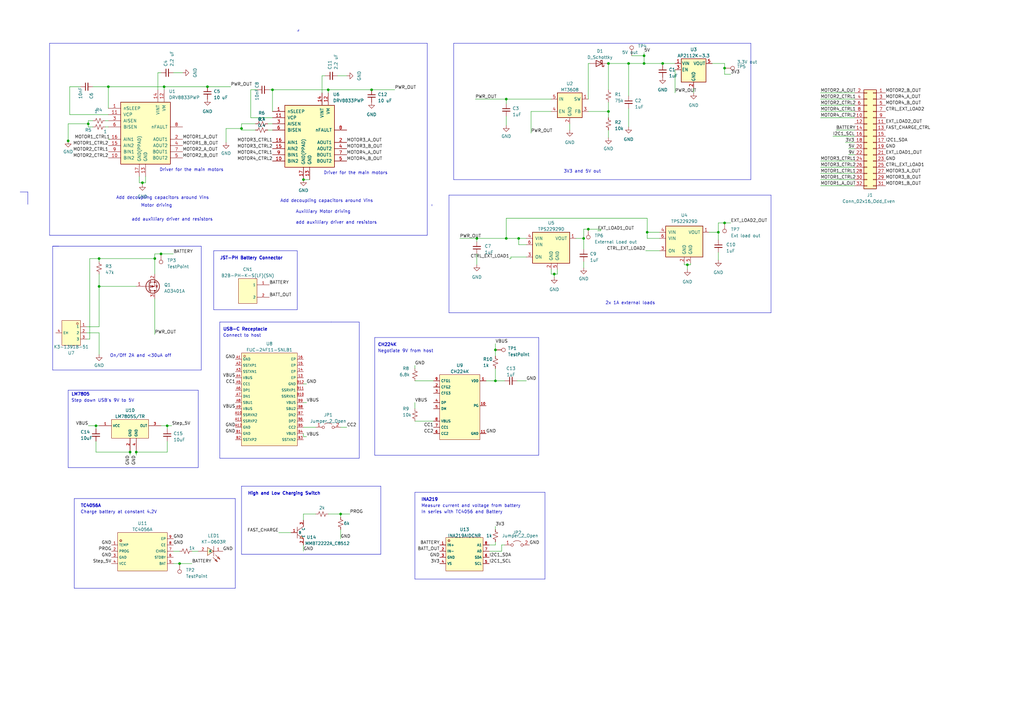
<source format=kicad_sch>
(kicad_sch (version 20230121) (generator eeschema)
  (paper "A3")
  (title_block (title "Power Supply Circuit") (date "2025-03-22"))
  (lib_symbols
    (symbol "CH224K:CH224K"
      (property "Reference" "U" (at 0 1.27 0))
      (property "Value" "CH224K" (at 0 -2.54 0))
      (symbol "CH224K_0_1"
        (pin unspecified line (at 10.16 10.16 180) (length 2.54) (name "VDD") (number "1"))
        (pin unspecified line (at 10.16 0 180) (length 2.54) (name "PG") (number "10"))
        (pin unspecified line (at 10.16 -11.43 180) (length 2.54) (name "GND") (number "11"))
        (pin unspecified line (at -11.43 7.62 0) (length 2.54) (name "CFG2") (number "2"))
        (pin unspecified line (at -11.43 5.08 0) (length 2.54) (name "CFG3") (number "3"))
        (pin unspecified line (at -11.43 1.27 0) (length 2.54) (name "DP") (number "4"))
        (pin unspecified line (at -11.43 -1.27 0) (length 2.54) (name "DM") (number "5"))
        (pin unspecified line (at -11.43 -11.43 0) (length 2.54) (name "CC2") (number "6"))
        (pin unspecified line (at -11.43 -8.89 0) (length 2.54) (name "CC1") (number "7"))
        (pin unspecified line (at -11.43 -6.35 0) (length 2.54) (name "VBUS") (number "8"))
        (pin unspecified line (at -11.43 10.16 0) (length 2.54) (name "CFG1") (number "9"))
      )
    )
    (symbol "Connector:TestPoint" (pin_numbers hide) (pin_names (offset 0.762) hide)
      (property "Reference" "TP" (at 0 6.858 0))
      (property "Value" "TestPoint" (at 0 5.08 0))
      (symbol "TestPoint_1_1"
        (pin passive line (at 0 0 90) (length 2.54) (name "1") (number "1"))
      )
    )
    (symbol "Connector_Generic:Conn_02x16_Odd_Even" (pin_names (offset 1.016) hide)
      (property "Reference" "J" (at 1.27 20.32 0))
      (property "Value" "Conn_02x16_Odd_Even" (at 1.27 -22.86 0))
      (symbol "Conn_02x16_Odd_Even_1_1"
        (pin passive line (at -5.08 17.78 0) (length 3.81) (name "Pin_1") (number "1"))
        (pin passive line (at 7.62 7.62 180) (length 3.81) (name "Pin_10") (number "10"))
        (pin passive line (at -5.08 5.08 0) (length 3.81) (name "Pin_11") (number "11"))
        (pin passive line (at 7.62 5.08 180) (length 3.81) (name "Pin_12") (number "12"))
        (pin passive line (at -5.08 2.54 0) (length 3.81) (name "Pin_13") (number "13"))
        (pin passive line (at 7.62 2.54 180) (length 3.81) (name "Pin_14") (number "14"))
        (pin passive line (at -5.08 0 0) (length 3.81) (name "Pin_15") (number "15"))
        (pin passive line (at 7.62 0 180) (length 3.81) (name "Pin_16") (number "16"))
        (pin passive line (at -5.08 -2.54 0) (length 3.81) (name "Pin_17") (number "17"))
        (pin passive line (at 7.62 -2.54 180) (length 3.81) (name "Pin_18") (number "18"))
        (pin passive line (at -5.08 -5.08 0) (length 3.81) (name "Pin_19") (number "19"))
        (pin passive line (at 7.62 17.78 180) (length 3.81) (name "Pin_2") (number "2"))
        (pin passive line (at 7.62 -5.08 180) (length 3.81) (name "Pin_20") (number "20"))
        (pin passive line (at -5.08 -7.62 0) (length 3.81) (name "Pin_21") (number "21"))
        (pin passive line (at 7.62 -7.62 180) (length 3.81) (name "Pin_22") (number "22"))
        (pin passive line (at -5.08 -10.16 0) (length 3.81) (name "Pin_23") (number "23"))
        (pin passive line (at 7.62 -10.16 180) (length 3.81) (name "Pin_24") (number "24"))
        (pin passive line (at -5.08 -12.7 0) (length 3.81) (name "Pin_25") (number "25"))
        (pin passive line (at 7.62 -12.7 180) (length 3.81) (name "Pin_26") (number "26"))
        (pin passive line (at -5.08 -15.24 0) (length 3.81) (name "Pin_27") (number "27"))
        (pin passive line (at 7.62 -15.24 180) (length 3.81) (name "Pin_28") (number "28"))
        (pin passive line (at -5.08 -17.78 0) (length 3.81) (name "Pin_29") (number "29"))
        (pin passive line (at -5.08 15.24 0) (length 3.81) (name "Pin_3") (number "3"))
        (pin passive line (at 7.62 -17.78 180) (length 3.81) (name "Pin_30") (number "30"))
        (pin passive line (at -5.08 -20.32 0) (length 3.81) (name "Pin_31") (number "31"))
        (pin passive line (at 7.62 -20.32 180) (length 3.81) (name "Pin_32") (number "32"))
        (pin passive line (at 7.62 15.24 180) (length 3.81) (name "Pin_4") (number "4"))
        (pin passive line (at -5.08 12.7 0) (length 3.81) (name "Pin_5") (number "5"))
        (pin passive line (at 7.62 12.7 180) (length 3.81) (name "Pin_6") (number "6"))
        (pin passive line (at -5.08 10.16 0) (length 3.81) (name "Pin_7") (number "7"))
        (pin passive line (at 7.62 10.16 180) (length 3.81) (name "Pin_8") (number "8"))
        (pin passive line (at -5.08 7.62 0) (length 3.81) (name "Pin_9") (number "9"))
      )
    )
    (symbol "Device:C_Small" (pin_numbers hide) (pin_names (offset 0.254) hide)
      (property "Reference" "C" (at 0.254 1.778 0))
      (property "Value" "C_Small" (at 0.254 -2.032 0))
      (symbol "C_Small_1_1"
        (pin passive line (at 0 2.54 270) (length 2.032) (name "~") (number "1"))
        (pin passive line (at 0 -2.54 90) (length 2.032) (name "~") (number "2"))
      )
    )
    (symbol "Device:D_Schottky" (pin_numbers hide) (pin_names (offset 1.016) hide)
      (property "Reference" "D" (at 0 2.54 0))
      (property "Value" "D_Schottky" (at 0 -2.54 0))
      (symbol "D_Schottky_1_1"
        (pin passive line (at -3.81 0 0) (length 2.54) (name "K") (number "1"))
        (pin passive line (at 3.81 0 180) (length 2.54) (name "A") (number "2"))
      )
    )
    (symbol "Device:R_Small_US" (pin_numbers hide) (pin_names (offset 0.254) hide)
      (property "Reference" "R" (at 0.762 0.508 0))
      (property "Value" "R_Small_US" (at 0.762 -1.016 0))
      (symbol "R_Small_US_1_1"
        (pin passive line (at 0 2.54 270) (length 1.016) (name "~") (number "1"))
        (pin passive line (at 0 -2.54 90) (length 1.016) (name "~") (number "2"))
      )
    )
    (symbol "Driver_Motor:DRV8833PWP" (pin_names (offset 1.016))
      (property "Reference" "U" (at -3.81 16.51 0))
      (property "Value" "DRV8833PWP" (at -3.81 13.97 0))
      (symbol "DRV8833PWP_1_1"
        (pin input line (at -15.24 10.16 0) (length 5.08) (name "nSLEEP") (number "1"))
        (pin input line (at -15.24 -10.16 0) (length 5.08) (name "BIN2") (number "10"))
        (pin bidirectional line (at -15.24 7.62 0) (length 5.08) (name "VCP") (number "11"))
        (pin power_in line (at 7.62 17.78 270) (length 5.08) (name "VM") (number "12"))
        (pin power_in line (at 0 -17.78 90) (length 5.08) (name "GND") (number "13"))
        (pin power_in line (at 5.08 17.78 270) (length 5.08) (name "VINT") (number "14"))
        (pin input line (at -15.24 -5.08 0) (length 5.08) (name "AIN2") (number "15"))
        (pin input line (at -15.24 -2.54 0) (length 5.08) (name "AIN1") (number "16"))
        (pin power_in line (at -2.54 -17.78 90) (length 5.08) (name "GND(PPAD)") (number "17"))
        (pin power_out line (at 15.24 -2.54 180) (length 5.08) (name "AOUT1") (number "2"))
        (pin bidirectional line (at -15.24 5.08 0) (length 5.08) (name "AISEN") (number "3"))
        (pin power_out line (at 15.24 -5.08 180) (length 5.08) (name "AOUT2") (number "4"))
        (pin power_out line (at 15.24 -10.16 180) (length 5.08) (name "BOUT2") (number "5"))
        (pin bidirectional line (at -15.24 2.54 0) (length 5.08) (name "BISEN") (number "6"))
        (pin power_out line (at 15.24 -7.62 180) (length 5.08) (name "BOUT1") (number "7"))
        (pin open_collector line (at 15.24 2.54 180) (length 5.08) (name "nFAULT") (number "8"))
        (pin input line (at -15.24 -7.62 0) (length 5.08) (name "BIN1") (number "9"))
      )
    )
    (symbol "FUC-24F11-SNLB1:FUC-24F11-SNLB1"
      (property "Reference" "U" (at 0 1.27 0))
      (property "Value" "FUC-24F11-SNLB1" (at 0 -2.54 0))
      (symbol "FUC-24F11-SNLB1_0_1"
        (pin unspecified line (at 13.97 8.89 180) (length 2.54) (name "EP") (number "13"))
        (pin unspecified line (at 13.97 11.43 180) (length 2.54) (name "EP") (number "14"))
        (pin unspecified line (at 13.97 13.97 180) (length 2.54) (name "EP") (number "15"))
        (pin unspecified line (at 13.97 16.51 180) (length 2.54) (name "EP") (number "16"))
        (pin unspecified line (at -13.97 16.51 0) (length 2.54) (name "GND") (number "A1"))
        (pin unspecified line (at -13.97 -6.35 0) (length 2.54) (name "SSRXN2") (number "A10"))
        (pin unspecified line (at -13.97 -8.89 0) (length 2.54) (name "SSRXP2") (number "A11"))
        (pin unspecified line (at -13.97 -11.43 0) (length 2.54) (name "GND") (number "A12"))
        (pin unspecified line (at -13.97 13.97 0) (length 2.54) (name "SSTXP1") (number "A2"))
        (pin unspecified line (at -13.97 11.43 0) (length 2.54) (name "SSTXN1") (number "A3"))
        (pin unspecified line (at -13.97 8.89 0) (length 2.54) (name "VBUS") (number "A4"))
        (pin unspecified line (at -13.97 6.35 0) (length 2.54) (name "CC1") (number "A5"))
        (pin unspecified line (at -13.97 3.81 0) (length 2.54) (name "DP1") (number "A6"))
        (pin unspecified line (at -13.97 1.27 0) (length 2.54) (name "DN1") (number "A7"))
        (pin unspecified line (at -13.97 -1.27 0) (length 2.54) (name "SBU1") (number "A8"))
        (pin unspecified line (at -13.97 -3.81 0) (length 2.54) (name "VBUS") (number "A9"))
        (pin unspecified line (at -13.97 -13.97 0) (length 2.54) (name "GND") (number "B1"))
        (pin unspecified line (at 13.97 1.27 180) (length 2.54) (name "SSRXN1") (number "B10"))
        (pin unspecified line (at 13.97 3.81 180) (length 2.54) (name "SSRXP1") (number "B11"))
        (pin unspecified line (at 13.97 6.35 180) (length 2.54) (name "GND") (number "B12"))
        (pin unspecified line (at -13.97 -16.51 0) (length 2.54) (name "SSTXP2") (number "B2"))
        (pin unspecified line (at 13.97 -16.51 180) (length 2.54) (name "SSTXN2") (number "B3"))
        (pin unspecified line (at 13.97 -13.97 180) (length 2.54) (name "VBUS") (number "B4"))
        (pin unspecified line (at 13.97 -11.43 180) (length 2.54) (name "CC2") (number "B5"))
        (pin unspecified line (at 13.97 -8.89 180) (length 2.54) (name "DP2") (number "B6"))
        (pin unspecified line (at 13.97 -6.35 180) (length 2.54) (name "DN2") (number "B7"))
        (pin unspecified line (at 13.97 -3.81 180) (length 2.54) (name "SBU2") (number "B8"))
        (pin unspecified line (at 13.97 -1.27 180) (length 2.54) (name "VBUS") (number "B9"))
      )
    )
    (symbol "INA219AIDCNR:INA219AIDCNR"
      (property "Reference" "U" (at 0 1.27 0))
      (property "Value" "INA219AIDCNR" (at 0 -2.54 0))
      (symbol "INA219AIDCNR_0_1"
        (pin unspecified line (at -10.16 3.81 0) (length 2.54) (name "IN+") (number "1"))
        (pin unspecified line (at -10.16 1.27 0) (length 2.54) (name "IN-") (number "2"))
        (pin unspecified line (at -10.16 -1.27 0) (length 2.54) (name "GND") (number "3"))
        (pin unspecified line (at -10.16 -3.81 0) (length 2.54) (name "VS") (number "4"))
        (pin unspecified line (at 10.16 -3.81 180) (length 2.54) (name "SCL") (number "5"))
        (pin unspecified line (at 10.16 -1.27 180) (length 2.54) (name "SDA") (number "6"))
        (pin unspecified line (at 10.16 1.27 180) (length 2.54) (name "A0") (number "7"))
        (pin unspecified line (at 10.16 3.81 180) (length 2.54) (name "A1") (number "8"))
      )
    )
    (symbol "Jumper:Jumper_2_Open" (pin_names (offset 0) hide)
      (property "Reference" "JP" (at 0 2.794 0))
      (property "Value" "Jumper_2_Open" (at 0 -2.286 0))
      (symbol "Jumper_2_Open_1_1"
        (pin passive line (at -5.08 0 0) (length 2.54) (name "A") (number "1"))
        (pin passive line (at 5.08 0 180) (length 2.54) (name "B") (number "2"))
      )
    )
    (symbol "Power_Management:TPS22929D" (pin_names (offset 1.016))
      (property "Reference" "U" (at -7.62 8.89 0))
      (property "Value" "TPS22929D" (at 7.62 8.89 0))
      (symbol "TPS22929D_1_1"
        (pin power_out line (at 10.16 5.08 180) (length 2.54) (name "VOUT") (number "1"))
        (pin power_in line (at 0 -7.62 90) (length 2.54) (name "GND") (number "2"))
        (pin input line (at -10.16 -2.54 0) (length 2.54) (name "ON") (number "3"))
        (pin power_in line (at -10.16 5.08 0) (length 2.54) (name "VIN") (number "4"))
        (pin power_in line (at 2.54 -7.62 90) (length 2.54) (name "GND") (number "5"))
        (pin power_in line (at -10.16 2.54 0) (length 2.54) (name "VIN") (number "6"))
      )
    )
    (symbol "Regulator_Linear:AP2112K-3.3" (pin_names (offset 0.254))
      (property "Reference" "U" (at -5.08 5.715 0))
      (property "Value" "AP2112K-3.3" (at 0 5.715 0))
      (symbol "AP2112K-3.3_1_1"
        (pin power_in line (at -7.62 2.54 0) (length 2.54) (name "VIN") (number "1"))
        (pin power_in line (at 0 -7.62 90) (length 2.54) (name "GND") (number "2"))
        (pin input line (at -7.62 0 0) (length 2.54) (name "EN") (number "3"))
        (pin no_connect line (at 5.08 0 180) (length 2.54) hide (name "NC") (number "4"))
        (pin power_out line (at 7.62 2.54 180) (length 2.54) (name "VOUT") (number "5"))
      )
    )
    (symbol "Regulator_Switching:MT3608"
      (property "Reference" "U" (at -2.54 8.89 0))
      (property "Value" "MT3608" (at -3.81 6.35 0))
      (symbol "MT3608_1_1"
        (pin passive line (at 7.62 2.54 180) (length 2.54) (name "SW") (number "1"))
        (pin power_in line (at 0 -7.62 90) (length 2.54) (name "GND") (number "2"))
        (pin input line (at 7.62 -2.54 180) (length 2.54) (name "FB") (number "3"))
        (pin input line (at -7.62 -2.54 0) (length 2.54) (name "EN") (number "4"))
        (pin power_in line (at -7.62 2.54 0) (length 2.54) (name "IN") (number "5"))
        (pin no_connect line (at 5.08 0 180) (length 2.54) hide (name "NC") (number "6"))
      )
    )
    (symbol "Slide Switch Korean Hroparts Elec:K3-1391B-51"
      (property "Reference" "U" (at 0 1.27 0))
      (property "Value" "K3-1391B-51" (at 0 -2.54 0))
      (symbol "K3-1391B-51_0_1"
        (pin unspecified line (at -6.35 2.54 0) (length 2.54) (name "1") (number "1"))
        (pin unspecified line (at -6.35 0 0) (length 2.54) (name "2") (number "2"))
        (pin unspecified line (at -6.35 -2.54 0) (length 2.54) (name "3") (number "3"))
        (pin unspecified line (at 6.35 0 180) (length 2.54) (name "EH") (number "4"))
      )
    )
    (symbol "Transistor_FET:AO3401A" (pin_names hide)
      (property "Reference" "Q" (at 5.08 1.905 0))
      (property "Value" "AO3401A" (at 5.08 0 0))
      (symbol "AO3401A_1_1"
        (pin input line (at -5.08 0 0) (length 2.54) (name "G") (number "1"))
        (pin passive line (at 2.54 -5.08 90) (length 2.54) (name "S") (number "2"))
        (pin passive line (at 2.54 5.08 270) (length 2.54) (name "D") (number "3"))
      )
    )
    (symbol "batt_conn:B2B-PH-K-S(LF)(SN)"
      (property "Reference" "CN" (at 0 1.27 0))
      (property "Value" "B2B-PH-K-S(LF)(SN)" (at 0 -2.54 0))
      (symbol "B2B-PH-K-S(LF)(SN)_0_1"
        (pin input line (at 6.35 2.54 180) (length 5.08) (name "1") (number "1"))
        (pin input line (at 6.35 -2.54 180) (length 5.08) (name "2") (number "2"))
      )
    )
    (symbol "led101:KT-0603R"
      (property "Reference" "LED" (at 0 1.27 0))
      (property "Value" "KT-0603R" (at 0 -2.54 0))
      (symbol "KT-0603R_0_1"
        (pin unspecified line (at -5.08 0 0) (length 3.81) (name "K") (number "1"))
        (pin unspecified line (at 5.08 0 180) (length 3.81) (name "A") (number "2"))
      )
    )
    (symbol "lm7805_low:LM7805S{slash}TR"
      (property "Reference" "U" (at 0 1.27 0))
      (property "Value" "LM7805S{slash}TR" (at 0 -2.54 0))
      (symbol "LM7805S{slash}TR_0_1"
        (pin power_in line (at -12.7 0 0) (length 5.08) (name "VCC") (number "1"))
        (pin power_in line (at 0 -10.16 90) (length 5.08) (name "GND") (number "2"))
        (pin power_in line (at 12.7 0 180) (length 5.08) (name "OUT") (number "3"))
        (pin power_in line (at 2.54 -10.16 90) (length 5.08) (name "GND") (number "4"))
      )
    )
    (symbol "new-npn:MMBT2222A_C8512"
      (property "Reference" "U" (at 0 1.27 0))
      (property "Value" "MMBT2222A_C8512" (at 0 -2.54 0))
      (symbol "MMBT2222A_C8512_0_1"
        (pin unspecified line (at -2.54 0 0) (length 2.54) (name "B") (number "1"))
        (pin unspecified line (at 2.54 -5.08 90) (length 2.54) (name "E") (number "2"))
        (pin unspecified line (at 2.54 5.08 270) (length 2.54) (name "C") (number "3"))
      )
    )
    (symbol "power:GND" (power) (pin_names (offset 0))
      (property "Value" "GND" (at 0 -3.81 0))
      (symbol "GND_1_1"
        (pin power_in line (at 0 0 270) (length 0) hide (name "GND") (number "1"))
      )
    )
    (symbol "tc4056:TC4056A"
      (property "Reference" "U" (at 0 1.27 0))
      (property "Value" "TC4056A" (at 0 -2.54 0))
      (symbol "TC4056A_0_1"
        (pin unspecified line (at -12.7 3.81 0) (length 2.54) (name "TEMP") (number "1"))
        (pin unspecified line (at -12.7 1.27 0) (length 2.54) (name "PROG") (number "2"))
        (pin unspecified line (at -12.7 -1.27 0) (length 2.54) (name "GND") (number "3"))
        (pin unspecified line (at -12.7 -3.81 0) (length 2.54) (name "VCC") (number "4"))
        (pin unspecified line (at 12.7 -3.81 180) (length 2.54) (name "BAT") (number "5"))
        (pin unspecified line (at 12.7 -1.27 180) (length 2.54) (name "STDBY") (number "6"))
        (pin unspecified line (at 12.7 1.27 180) (length 2.54) (name "CHRG") (number "7"))
        (pin unspecified line (at 12.7 3.81 180) (length 2.54) (name "CE") (number "8"))
        (pin unspecified line (at 12.7 6.35 180) (length 2.54) (name "EP") (number "9"))
      )
    )
  )
  (junction (at 207.645 40.64))
  (junction (at 281.94 108.585))
  (junction (at 257.81 26.035))
  (junction (at 124.46 73.66))
  (junction (at 55.88 185.42))
  (junction (at 203.2 156.21))
  (junction (at 264.16 22.86))
  (junction (at 297.18 27.94))
  (junction (at 241.3 93.98))
  (junction (at 294.64 95.25))
  (junction (at 203.2 143.51))
  (junction (at 53.34 185.42))
  (junction (at 249.555 45.72))
  (junction (at 297.18 91.44))
  (junction (at 239.395 97.79))
  (junction (at 73.66 231.14))
  (junction (at 111.76 36.83))
  (junction (at 44.45 35.56))
  (junction (at 63.5 106.045))
  (junction (at 195.58 97.79))
  (junction (at 152.4 36.83))
  (junction (at 271.78 26.035))
  (junction (at 134.62 36.83))
  (junction (at 39.37 174.625))
  (junction (at 67.31 35.56))
  (junction (at 265.43 95.25))
  (junction (at 249.555 26.035))
  (junction (at 40.64 117.475))
  (junction (at 58.42 74.93))
  (junction (at 36.195 50.8))
  (junction (at 27.94 57.785))
  (junction (at 99.06 52.705))
  (junction (at 227.33 112.395))
  (junction (at 85.09 35.56))
  (junction (at 207.645 97.79))
  (junction (at 212.725 97.79))
  (junction (at 40.64 106.045))
  (junction (at 66.04 104.14))
  (junction (at 264.16 26.035))
  (junction (at 68.58 174.625))
  (junction (at 139.7 210.82))
  (wire (pts (xy 67.31 36.83) (xy 67.31 35.56)))
  (wire (pts (xy 336.55 43.18) (xy 350.52 43.18)))
  (wire (pts (xy 68.58 174.625) (xy 66.04 174.625)))
  (wire (pts (xy 104.775 50.8) (xy 99.06 50.8)))
  (wire (pts (xy 212.725 100.33) (xy 212.725 97.79)))
  (wire (pts (xy 205.74 223.52) (xy 205.74 226.06)))
  (wire (pts (xy 264.16 21.59) (xy 264.16 22.86)))
  (wire (pts (xy 55.88 186.69) (xy 55.88 185.42)))
  (wire (pts (xy 239.395 93.98) (xy 241.3 93.98)))
  (wire (pts (xy 203.2 223.52) (xy 203.2 222.25)))
  (wire (pts (xy 27.94 50.8) (xy 27.94 57.785)))
  (wire (pts (xy 264.16 22.86) (xy 264.16 26.035)))
  (wire (pts (xy 63.5 122.555) (xy 63.5 137.16)))
  (polyline (pts (xy 99.06 199.39) (xy 99.06 227.33)))
  (wire (pts (xy 102.87 48.26) (xy 111.76 48.26)))
  (wire (pts (xy 44.45 35.56) (xy 38.1 35.56)))
  (wire (pts (xy 228.6 110.49) (xy 228.6 112.395)))
  (wire (pts (xy 36.195 49.53) (xy 36.195 50.8)))
  (wire (pts (xy 68.58 185.42) (xy 68.58 180.975)))
  (wire (pts (xy 99.06 53.34) (xy 104.775 53.34)))
  (wire (pts (xy 215.9 100.33) (xy 212.725 100.33)))
  (polyline (pts (xy 99.06 199.39) (xy 156.21 199.39)))
  (wire (pts (xy 35.56 136.525) (xy 40.64 136.525)))
  (wire (pts (xy 170.18 165.1) (xy 170.18 167.64)))
  (wire (pts (xy 207.645 40.64) (xy 226.06 40.64)))
  (wire (pts (xy 297.18 30.48) (xy 297.18 27.94)))
  (wire (pts (xy 40.64 106.045) (xy 63.5 106.045)))
  (wire (pts (xy 71.12 29.845) (xy 74.93 29.845)))
  (wire (pts (xy 276.86 28.575) (xy 276.86 38.1)))
  (wire (pts (xy 27.94 50.8) (xy 36.195 50.8)))
  (wire (pts (xy 265.43 95.25) (xy 265.43 97.79)))
  (wire (pts (xy 66.04 104.14) (xy 71.12 104.14)))
  (polyline (pts (xy 153.67 138.43) (xy 153.67 186.69)))
  (wire (pts (xy 284.48 36.195) (xy 284.48 38.1)))
  (polyline (pts (xy 90.17 132.08) (xy 135.89 132.08)))
  (polyline (pts (xy 223.52 201.93) (xy 223.52 237.49)))
  (wire (pts (xy 59.69 74.93) (xy 58.42 74.93)))
  (wire (pts (xy 36.195 174.625) (xy 39.37 174.625)))
  (polyline (pts (xy 11.43 78.74) (xy 8.255 78.74)))
  (wire (pts (xy 336.55 66.04) (xy 350.52 66.04)))
  (wire (pts (xy 40.64 112.395) (xy 40.64 117.475)))
  (polyline (pts (xy 27.94 191.77) (xy 81.28 191.77)))
  (polyline (pts (xy 316.23 80.01) (xy 316.23 128.27)))
  (wire (pts (xy 297.18 30.48) (xy 299.72 30.48)))
  (wire (pts (xy 73.66 231.14) (xy 71.12 231.14)))
  (wire (pts (xy 239.395 107.315) (xy 239.395 109.855)))
  (polyline (pts (xy 90.17 187.96) (xy 147.32 187.96)))
  (wire (pts (xy 102.87 36.83) (xy 105.41 36.83)))
  (wire (pts (xy 63.5 112.395) (xy 63.5 106.045)))
  (wire (pts (xy 40.64 107.315) (xy 40.64 106.045)))
  (wire (pts (xy 264.795 102.87) (xy 270.51 102.87)))
  (wire (pts (xy 297.18 26.035) (xy 292.1 26.035)))
  (wire (pts (xy 257.81 26.035) (xy 257.81 39.37)))
  (wire (pts (xy 124.46 226.06) (xy 124.46 223.52)))
  (wire (pts (xy 203.2 156.21) (xy 207.01 156.21)))
  (wire (pts (xy 53.34 186.69) (xy 53.34 185.42)))
  (polyline (pts (xy 30.48 204.47) (xy 96.52 204.47)))
  (wire (pts (xy 44.45 35.56) (xy 67.31 35.56)))
  (wire (pts (xy 58.42 74.93) (xy 58.42 75.565)))
  (wire (pts (xy 283.21 107.95) (xy 283.21 108.585)))
  (wire (pts (xy 43.18 52.07) (xy 44.45 52.07)))
  (wire (pts (xy 39.37 185.42) (xy 53.34 185.42)))
  (wire (pts (xy 40.64 136.525) (xy 40.64 145.415)))
  (wire (pts (xy 209.55 105.41) (xy 209.55 106.045)))
  (wire (pts (xy 132.08 31.115) (xy 132.08 38.1)))
  (polyline (pts (xy 87.63 102.87) (xy 87.63 127)))
  (wire (pts (xy 207.645 97.79) (xy 207.645 89.535)))
  (wire (pts (xy 43.18 49.53) (xy 44.45 49.53)))
  (wire (pts (xy 271.78 26.035) (xy 271.78 26.67)))
  (polyline (pts (xy 316.23 128.27) (xy 184.15 128.27)))
  (wire (pts (xy 203.2 140.97) (xy 203.2 143.51)))
  (polyline (pts (xy 223.52 237.49) (xy 170.18 237.49)))
  (wire (pts (xy 249.555 53.34) (xy 249.555 56.515)))
  (polyline (pts (xy 82.55 100.965) (xy 82.55 151.765)))
  (wire (pts (xy 199.39 156.21) (xy 203.2 156.21)))
  (polyline (pts (xy 122.555 12.7) (xy 122.555 12.065)))
  (wire (pts (xy 55.88 185.42) (xy 55.88 184.785)))
  (wire (pts (xy 134.62 210.82) (xy 139.7 210.82)))
  (wire (pts (xy 246.38 93.98) (xy 246.38 94.615)))
  (wire (pts (xy 264.16 26.035) (xy 271.78 26.035)))
  (wire (pts (xy 236.22 97.79) (xy 239.395 97.79)))
  (wire (pts (xy 212.09 156.21) (xy 215.9 156.21)))
  (wire (pts (xy 265.43 95.25) (xy 270.51 95.25)))
  (wire (pts (xy 36.83 106.045) (xy 40.64 106.045)))
  (polyline (pts (xy 96.52 241.3) (xy 30.48 241.3)))
  (wire (pts (xy 205.74 226.06) (xy 200.66 226.06)))
  (wire (pts (xy 85.09 35.56) (xy 94.615 35.56)))
  (polyline (pts (xy 27.94 160.02) (xy 81.28 160.02)))
  (polyline (pts (xy 121.92 127) (xy 121.92 102.87)))
  (wire (pts (xy 134.62 36.83) (xy 152.4 36.83)))
  (wire (pts (xy 109.855 53.34) (xy 111.76 53.34)))
  (wire (pts (xy 39.37 180.975) (xy 39.37 185.42)))
  (wire (pts (xy 336.55 73.66) (xy 350.52 73.66)))
  (wire (pts (xy 290.83 95.25) (xy 294.64 95.25)))
  (polyline (pts (xy 170.18 201.93) (xy 223.52 201.93)))
  (wire (pts (xy 203.2 151.13) (xy 203.2 156.21)))
  (wire (pts (xy 200.66 223.52) (xy 203.2 223.52)))
  (polyline (pts (xy 186.055 17.78) (xy 307.975 17.78)))
  (wire (pts (xy 111.76 36.83) (xy 134.62 36.83)))
  (wire (pts (xy 110.49 36.83) (xy 111.76 36.83)))
  (wire (pts (xy 102.87 48.26) (xy 102.87 36.83)))
  (wire (pts (xy 35.56 133.985) (xy 40.64 133.985)))
  (polyline (pts (xy 170.18 237.49) (xy 170.18 201.93)))
  (wire (pts (xy 139.7 217.17) (xy 139.7 220.98)))
  (wire (pts (xy 212.725 97.79) (xy 215.9 97.79)))
  (wire (pts (xy 241.3 26.035) (xy 241.935 26.035)))
  (wire (pts (xy 271.78 26.035) (xy 276.86 26.035)))
  (wire (pts (xy 36.195 49.53) (xy 38.1 49.53)))
  (wire (pts (xy 294.64 91.44) (xy 294.64 95.25)))
  (wire (pts (xy 78.74 226.06) (xy 81.28 226.06)))
  (wire (pts (xy 124.46 210.82) (xy 129.54 210.82)))
  (wire (pts (xy 125.73 157.48) (xy 124.46 157.48)))
  (wire (pts (xy 241.3 93.98) (xy 246.38 93.98)))
  (wire (pts (xy 249.555 26.035) (xy 249.555 36.83)))
  (wire (pts (xy 170.18 156.21) (xy 177.8 156.21)))
  (wire (pts (xy 347.98 63.5) (xy 350.52 63.5)))
  (wire (pts (xy 139.7 210.82) (xy 143.51 210.82)))
  (polyline (pts (xy 307.975 73.66) (xy 307.975 17.78)))
  (wire (pts (xy 125.73 165.1) (xy 124.46 165.1)))
  (wire (pts (xy 336.55 71.12) (xy 350.52 71.12)))
  (wire (pts (xy 280.67 108.585) (xy 281.94 108.585)))
  (wire (pts (xy 124.46 179.07) (xy 124.46 177.8)))
  (wire (pts (xy 45.085 57.15) (xy 44.45 57.15)))
  (wire (pts (xy 142.24 175.26) (xy 139.7 175.26)))
  (wire (pts (xy 233.68 50.8) (xy 233.68 53.34)))
  (wire (pts (xy 39.37 174.625) (xy 40.64 174.625)))
  (wire (pts (xy 53.34 185.42) (xy 53.34 184.785)))
  (wire (pts (xy 33.02 35.56) (xy 28.575 35.56)))
  (wire (pts (xy 67.31 35.56) (xy 85.09 35.56)))
  (polyline (pts (xy 90.17 132.08) (xy 90.17 187.96)))
  (wire (pts (xy 57.15 74.93) (xy 57.15 72.39)))
  (polyline (pts (xy 184.15 80.01) (xy 316.23 80.01)))
  (wire (pts (xy 40.64 117.475) (xy 40.64 133.985)))
  (polyline (pts (xy 153.67 138.43) (xy 220.98 138.43)))
  (wire (pts (xy 209.55 106.045) (xy 208.915 106.045)))
  (wire (pts (xy 257.81 44.45) (xy 257.81 52.07)))
  (wire (pts (xy 336.55 76.2) (xy 350.52 76.2)))
  (wire (pts (xy 195.58 97.79) (xy 195.58 99.06)))
  (wire (pts (xy 111.76 50.8) (xy 109.855 50.8)))
  (polyline (pts (xy 177.165 83.82) (xy 177.165 84.455)))
  (polyline (pts (xy 82.55 151.765) (xy 21.59 151.765)))
  (wire (pts (xy 194.945 40.64) (xy 207.645 40.64)))
  (wire (pts (xy 28.575 35.56) (xy 28.575 46.99)))
  (wire (pts (xy 188.595 97.79) (xy 195.58 97.79)))
  (wire (pts (xy 170.18 149.86) (xy 170.18 151.13)))
  (wire (pts (xy 99.06 50.8) (xy 99.06 52.705)))
  (wire (pts (xy 249.555 26.035) (xy 257.81 26.035)))
  (wire (pts (xy 294.64 95.25) (xy 294.64 98.425)))
  (polyline (pts (xy 186.055 17.78) (xy 186.055 73.66)))
  (wire (pts (xy 239.395 93.98) (xy 239.395 97.79)))
  (wire (pts (xy 36.195 50.8) (xy 36.195 52.07)))
  (wire (pts (xy 203.2 215.9) (xy 203.2 217.17)))
  (wire (pts (xy 265.43 89.535) (xy 265.43 95.25)))
  (wire (pts (xy 281.94 108.585) (xy 283.21 108.585)))
  (polyline (pts (xy 175.26 17.78) (xy 20.32 17.78)))
  (wire (pts (xy 294.64 103.505) (xy 294.64 106.68)))
  (wire (pts (xy 133.35 31.115) (xy 132.08 31.115)))
  (wire (pts (xy 207.01 223.52) (xy 205.74 223.52)))
  (wire (pts (xy 207.645 47.625) (xy 207.645 51.435)))
  (wire (pts (xy 55.88 185.42) (xy 68.58 185.42)))
  (wire (pts (xy 226.06 112.395) (xy 227.33 112.395)))
  (polyline (pts (xy 96.52 204.47) (xy 96.52 241.3)))
  (polyline (pts (xy 21.59 100.965) (xy 82.55 100.965)))
  (polyline (pts (xy 99.06 227.33) (xy 156.21 227.33)))
  (polyline (pts (xy 20.32 17.78) (xy 20.32 96.52)))
  (wire (pts (xy 152.4 36.83) (xy 161.925 36.83)))
  (wire (pts (xy 170.18 172.72) (xy 177.8 172.72)))
  (polyline (pts (xy 87.63 127) (xy 121.92 127)))
  (polyline (pts (xy 147.32 132.08) (xy 147.32 187.96)))
  (polyline (pts (xy 121.92 12.7) (xy 122.555 12.7)))
  (polyline (pts (xy 81.28 191.77) (xy 81.28 160.02)))
  (polyline (pts (xy 135.89 132.08) (xy 147.32 132.08)))
  (wire (pts (xy 35.56 139.065) (xy 36.83 139.065)))
  (wire (pts (xy 78.74 231.14) (xy 73.66 231.14)))
  (wire (pts (xy 241.3 45.72) (xy 249.555 45.72)))
  (wire (pts (xy 66.04 29.845) (xy 64.77 29.845)))
  (wire (pts (xy 114.3 218.44) (xy 119.38 218.44)))
  (polyline (pts (xy 11.43 83.82) (xy 11.43 78.74)))
  (wire (pts (xy 129.54 175.26) (xy 124.46 175.26)))
  (wire (pts (xy 226.06 45.72) (xy 217.805 45.72)))
  (wire (pts (xy 336.55 38.1) (xy 350.52 38.1)))
  (wire (pts (xy 40.64 117.475) (xy 55.88 117.475)))
  (wire (pts (xy 341.63 55.88) (xy 350.52 55.88)))
  (wire (pts (xy 239.395 97.79) (xy 239.395 102.235)))
  (wire (pts (xy 281.94 108.585) (xy 281.94 110.49)))
  (wire (pts (xy 342.9 53.34) (xy 350.52 53.34)))
  (polyline (pts (xy 156.21 227.33) (xy 156.21 199.39)))
  (wire (pts (xy 68.58 174.625) (xy 68.58 175.895)))
  (wire (pts (xy 336.55 40.64) (xy 350.52 40.64)))
  (polyline (pts (xy 30.48 204.47) (xy 30.48 241.3)))
  (wire (pts (xy 227.33 112.395) (xy 227.33 113.665)))
  (wire (pts (xy 347.98 60.96) (xy 350.52 60.96)))
  (wire (pts (xy 294.64 91.44) (xy 297.18 91.44)))
  (wire (pts (xy 111.76 45.72) (xy 111.76 36.83)))
  (wire (pts (xy 297.18 27.94) (xy 297.18 26.035)))
  (wire (pts (xy 92.71 52.705) (xy 92.71 58.42)))
  (wire (pts (xy 27.94 57.785) (xy 27.94 58.42)))
  (polyline (pts (xy 87.63 102.87) (xy 121.92 102.87)))
  (polyline (pts (xy 153.67 186.69) (xy 220.98 186.69)))
  (wire (pts (xy 336.55 68.58) (xy 350.52 68.58)))
  (wire (pts (xy 134.62 38.1) (xy 134.62 36.83)))
  (wire (pts (xy 259.08 22.86) (xy 264.16 22.86)))
  (wire (pts (xy 257.81 26.035) (xy 264.16 26.035)))
  (wire (pts (xy 124.46 213.36) (xy 124.46 210.82)))
  (wire (pts (xy 249.555 45.72) (xy 249.555 48.26)))
  (wire (pts (xy 195.58 97.79) (xy 207.645 97.79)))
  (wire (pts (xy 39.37 174.625) (xy 39.37 175.895)))
  (wire (pts (xy 203.2 143.51) (xy 203.2 146.05)))
  (wire (pts (xy 63.5 104.14) (xy 66.04 104.14)))
  (wire (pts (xy 124.46 73.66) (xy 127 73.66)))
  (wire (pts (xy 28.575 46.99) (xy 44.45 46.99)))
  (polyline (pts (xy 175.26 96.52) (xy 175.26 17.78)))
  (wire (pts (xy 297.18 91.44) (xy 299.72 91.44)))
  (wire (pts (xy 346.71 58.42) (xy 350.52 58.42)))
  (polyline (pts (xy 184.15 80.01) (xy 184.15 128.27)))
  (polyline (pts (xy 220.98 138.43) (xy 220.98 186.69)))
  (wire (pts (xy 58.42 74.93) (xy 57.15 74.93)))
  (wire (pts (xy 227.33 112.395) (xy 228.6 112.395)))
  (wire (pts (xy 207.645 40.64) (xy 207.645 42.545)))
  (wire (pts (xy 64.77 29.845) (xy 64.77 36.83)))
  (wire (pts (xy 36.195 52.07) (xy 38.1 52.07)))
  (wire (pts (xy 99.06 52.705) (xy 99.06 53.34)))
  (wire (pts (xy 249.555 41.91) (xy 249.555 45.72)))
  (wire (pts (xy 70.485 174.625) (xy 68.58 174.625)))
  (wire (pts (xy 241.3 40.64) (xy 241.3 26.035)))
  (polyline (pts (xy 21.59 151.765) (xy 21.59 100.965)))
  (wire (pts (xy 44.45 44.45) (xy 44.45 35.56)))
  (wire (pts (xy 139.7 210.82) (xy 139.7 212.09)))
  (wire (pts (xy 215.9 105.41) (xy 209.55 105.41)))
  (wire (pts (xy 71.12 226.06) (xy 73.66 226.06)))
  (wire (pts (xy 125.73 179.07) (xy 124.46 179.07)))
  (wire (pts (xy 226.06 110.49) (xy 226.06 112.395)))
  (wire (pts (xy 336.55 48.26) (xy 350.52 48.26)))
  (wire (pts (xy 270.51 97.79) (xy 265.43 97.79)))
  (wire (pts (xy 36.83 139.065) (xy 36.83 106.045)))
  (wire (pts (xy 280.67 107.95) (xy 280.67 108.585)))
  (wire (pts (xy 246.38 94.615) (xy 245.11 94.615)))
  (wire (pts (xy 207.645 97.79) (xy 212.725 97.79)))
  (wire (pts (xy 207.645 89.535) (xy 265.43 89.535)))
  (polyline (pts (xy 20.32 96.52) (xy 175.26 96.52)))
  (wire (pts (xy 59.69 72.39) (xy 59.69 74.93)))
  (wire (pts (xy 99.06 52.705) (xy 92.71 52.705)))
  (wire (pts (xy 195.58 108.585) (xy 195.58 104.14)))
  (wire (pts (xy 336.55 45.72) (xy 350.52 45.72)))
  (wire (pts (xy 138.43 31.115) (xy 142.24 31.115)))
  (polyline (pts (xy 21.59 100.965) (xy 24.13 100.965)))
  (wire (pts (xy 217.805 45.72) (xy 217.805 54.61)))
  (polyline (pts (xy 27.94 160.02) (xy 27.94 191.77)))
  (wire (pts (xy 63.5 104.14) (xy 63.5 106.045)))
  (polyline (pts (xy 186.055 73.66) (xy 307.975 73.66)))
  (text "Measure current and voltage from battery" (at 172.72 208.28 0) (effects (font (size 1.27 1.27)) (justify left bottom)))
  (text "In series with TC4056 and Battery" (at 172.72 210.82 0) (effects (font (size 1.27 1.27)) (justify left bottom)))
  (text "TC4056A" (at 33.02 208.28 0) (effects (font (size 1.27 1.27) bold) (justify left bottom)))
  (text "CH224K\n" (at 154.94 142.24 0) (effects (font (size 1.27 1.27) (thickness 0.254) bold) (justify left bottom)))
  (text "On/Off 2A and <30uA off" (at 45.085 146.685 0) (effects (font (size 1.27 1.27)) (justify left bottom)))
  (text "3V3 and 5V out\n" (at 231.14 71.12 0) (effects (font (size 1.27 1.27)) (justify left bottom)))
  (text "Add decoupling capacitors around Vins\n" (at 47.625 81.915 0) (effects (font (size 1.27 1.27)) (justify left bottom)))
  (text "LM7805" (at 29.21 162.56 0) (effects (font (size 1.27 1.27) (thickness 0.254) bold) (justify left bottom)))
  (text "Driver for the main motors" (at 65.405 70.485 0) (effects (font (size 1.27 1.27)) (justify left bottom)))
  (text "High and Low Charging Switch" (at 101.6 203.2 0) (effects (font (size 1.27 1.27) (thickness 0.254) bold) (justify left bottom)))
  (text "add auxilliary driver and resistors\n" (at 53.975 90.805 0) (effects (font (size 1.27 1.27)) (justify left bottom)))
  (text "INA219" (at 172.72 205.74 0) (effects (font (size 1.27 1.27) (thickness 0.254) bold) (justify left bottom)))
  (text "Charge battery at constant 4.2V" (at 33.02 210.82 0) (effects (font (size 1.27 1.27)) (justify left bottom)))
  (text "Negotiate 9V from host" (at 154.94 144.78 0) (effects (font (size 1.27 1.27)) (justify left bottom)))
  (text "Driver for the main motors" (at 132.715 71.755 0) (effects (font (size 1.27 1.27)) (justify left bottom)))
  (text "USB-C Receptacle" (at 91.44 135.89 0) (effects (font (size 1.27 1.27) bold) (justify left bottom)))
  (text "Step down USB's 9V to 5V" (at 29.21 165.1 0) (effects (font (size 1.27 1.27)) (justify left bottom)))
  (text "add auxilliary driver and resistors\n" (at 121.285 92.075 0) (effects (font (size 1.27 1.27)) (justify left bottom)))
  (text "2x 1A external loads\n" (at 248.285 125.095 0) (effects (font (size 1.27 1.27)) (justify left bottom)))
  (text "Auxilliary Motor driving\n" (at 121.285 87.63 0) (effects (font (size 1.27 1.27)) (justify left bottom)))
  (text "Add decoupling capacitors around Vins\n" (at 114.935 83.185 0) (effects (font (size 1.27 1.27)) (justify left bottom)))
  (text "JST-PH Battery Connector" (at 90.17 106.68 0) (effects (font (size 1.27 1.27) (thickness 0.254) bold) (justify left bottom)))
  (text "Motor driving\n" (at 57.785 85.09 0) (effects (font (size 1.27 1.27)) (justify left bottom)))
  (text "Connect to host" (at 91.44 138.43 0) (effects (font (size 1.27 1.27)) (justify left bottom)))
  (label "FAST_CHARGE" (at 114.3 218.44 180))
  (label "GND" (at 55.88 186.69 270))
  (label "Step_5V" (at 45.72 231.14 180))
  (label "VBUS" (at 36.195 174.625 180))
  (label "3V3" (at 203.2 215.9 0))
  (label "MOTOR1_CTRL2" (at 44.45 59.69 180))
  (label "MOTOR4_CTRL1" (at 336.55 45.72 0))
  (label "MOTOR2_B_OUT" (at 74.93 64.77 0))
  (label "GND" (at 139.7 220.98 0))
  (label "MOTOR4_CTRL1" (at 111.76 63.5 180))
  (label "5V" (at 264.16 21.59 0))
  (label "MOTOR4_B_OUT" (at 142.24 66.04 0))
  (label "3V3" (at 346.71 58.42 0))
  (label "PWR_OUT" (at 188.595 97.79 0))
  (label "GND" (at 45.72 228.6 180))
  (label "BATTERY" (at 71.12 104.14 0))
  (label "MOTOR4_A_OUT" (at 363.22 40.64 0))
  (label "MOTOR1_A_OUT" (at 74.93 57.15 0))
  (label "MOTOR2_B_OUT" (at 363.22 38.1 0))
  (label "GND" (at 363.22 60.96 0))
  (label "MOTOR1_CTRL1" (at 336.55 71.12 0))
  (label "GND" (at 45.72 223.52 180))
  (label "Step_5V" (at 70.485 174.625 0))
  (label "PWR_OUT" (at 276.86 38.1 0))
  (label "GND" (at 124.46 226.06 0))
  (label "FAST_CHARGE_CTRL" (at 363.22 53.34 0))
  (label "GND" (at 53.34 186.69 270))
  (label "BATTERY" (at 180.34 223.52 180))
  (label "MOTOR3_CTRL1" (at 336.55 66.04 0))
  (label "PROG" (at 143.51 210.82 0))
  (label "EXT_LOAD2_OUT" (at 363.22 50.8 0))
  (label "VBUS" (at 96.52 154.94 180))
  (label "VBUS" (at 170.18 165.1 0))
  (label "GND" (at 125.73 157.48 0))
  (label "MOTOR4_CTRL2" (at 111.76 66.04 180))
  (label "PWR_OUT" (at 161.925 36.83 0))
  (label "EXT_LOAD1_OUT" (at 363.22 63.5 0))
  (label "MOTOR4_A_OUT" (at 142.24 63.5 0))
  (label "VBUS" (at 203.2 140.97 0))
  (label "CC1" (at 96.52 157.48 180))
  (label "GND" (at 363.22 66.04 0))
  (label "MOTOR4_CTRL2" (at 336.55 48.26 0))
  (label "EXT_LOAD2_OUT" (at 299.72 91.44 0))
  (label "CC1" (at 177.8 175.26 180))
  (label "3V3" (at 180.34 231.14 180))
  (label "PWR_OUT" (at 63.5 137.16 0))
  (label "VBUS" (at 96.52 167.64 180))
  (label "BATTERY" (at 110.49 116.84 0))
  (label "CTRL_EXT_LOAD1" (at 208.915 106.045 180))
  (label "MOTOR2_A_OUT" (at 336.55 38.1 0))
  (label "MOTOR3_CTRL2" (at 336.55 68.58 0))
  (label "BATTERY" (at 342.9 53.34 0))
  (label "PWR_OUT" (at 194.945 40.64 0))
  (label "MOTOR4_B_OUT" (at 363.22 43.18 0))
  (label "5V" (at 347.98 60.96 0))
  (label "BATTERY" (at 78.74 231.14 0))
  (label "MOTOR2_CTRL1" (at 44.45 62.23 180))
  (label "MOTOR1_CTRL1" (at 45.085 57.15 180))
  (label "MOTOR1_B_OUT" (at 74.93 59.69 0))
  (label "CC2" (at 142.24 175.26 0))
  (label "VBUS" (at 125.73 179.07 0))
  (label "GND" (at 91.44 226.06 0))
  (label "3V3" (at 299.72 30.48 0))
  (label "EXT_LOAD1_OUT" (at 245.11 94.615 0))
  (label "GND" (at 170.18 149.86 0))
  (label "MOTOR3_B_OUT" (at 142.24 60.96 0))
  (label "BATT_OUT" (at 180.34 226.06 180))
  (label "GND" (at 217.17 223.52 0))
  (label "VBUS" (at 125.73 165.1 0))
  (label "PWR_OUT" (at 217.805 54.61 0))
  (label "MOTOR3_A_OUT" (at 363.22 71.12 0))
  (label "MOTOR3_A_OUT" (at 142.24 58.42 0))
  (label "GND" (at 215.9 156.21 0))
  (label "MOTOR2_CTRL2" (at 44.45 64.77 180))
  (label "GND" (at 96.52 147.32 180))
  (label "CTRL_EXT_LOAD2" (at 363.22 45.72 0))
  (label "MOTOR2_CTRL2" (at 336.55 43.18 0))
  (label "GND" (at 71.12 220.98 0))
  (label "GND" (at 71.12 223.52 0))
  (label "I2C1_SDA" (at 200.66 228.6 0))
  (label "MOTOR2_A_OUT" (at 74.93 62.23 0))
  (label "MOTOR3_CTRL1" (at 111.76 58.42 180))
  (label "PROG" (at 45.72 226.06 180))
  (label "9V" (at 347.98 63.5 0))
  (label "GND" (at 96.52 175.26 180))
  (label "I2C1_SCL" (at 200.66 231.14 0))
  (label "MOTOR1_A_OUT" (at 336.55 76.2 0))
  (label "PWR_OUT" (at 94.615 35.56 0))
  (label "GND" (at 180.34 228.6 180))
  (label "MOTOR3_CTRL2" (at 111.76 60.96 180))
  (label "I2C1_SCL" (at 341.63 55.88 0))
  (label "CC2" (at 177.8 177.8 180))
  (label "GND" (at 96.52 177.8 180))
  (label "MOTOR1_CTRL2" (at 336.55 73.66 0))
  (label "MOTOR2_CTRL1" (at 336.55 40.64 0))
  (label "MOTOR1_B_OUT" (at 363.22 76.2 0))
  (label "GND" (at 199.39 177.8 0))
  (label "BATT_OUT" (at 110.49 121.92 0))
  (label "CTRL_EXT_LOAD2" (at 264.795 102.87 180))
  (label "I2C1_SDA" (at 363.22 58.42 0))
  (label "MOTOR3_B_OUT" (at 363.22 73.66 0))
  (label "CTRL_EXT_LOAD1" (at 363.22 68.58 0))
  (symbol (lib_id "Device:C_Small") (at 207.645 45.085 0) (unit 1)
    (property "Reference" "C3" (at 210.185 44.4563 0) (effects (justify left)))
    (property "Value" "1uF" (at 210.185 46.9963 0) (effects (justify left)))
    (property "Footprint" "Capacitor_SMD:C_1206_3216Metric_Pad1.33x1.80mm_HandSolder" (effects hide))
  )
  (symbol (lib_id "led101:KT-0603R") (at 86.36 226.06 180) (unit 1)
    (property "Reference" "LED1" (at 87.63 219.71 0))
    (property "Value" "KT-0603R" (at 87.63 222.25 0))
    (property "Footprint" "led101:LED0603-RD" (effects hide))
    (property "Datasheet" "https://item.szlcsc.com/347874.html" (effects hide))
    (property "LCSC" "C2286" (effects hide))
  )
  (symbol (lib_id "Driver_Motor:DRV8833PWP") (at 59.69 54.61 0) (unit 1)
    (property "Reference" "U1" (at 69.2659 37.465 0) (effects (justify left)))
    (property "Value" "DRV8833PWP" (at 69.2659 40.005 0) (effects (justify left)))
    (property "Footprint" "Package_SO:HTSSOP-16-1EP_4.4x5mm_P0.65mm_EP3.4x5mm_Mask2.46x2.31mm_ThermalVias" (effects hide))
    (property "Datasheet" "http://www.ti.com/lit/ds/symlink/drv8833.pdf" (effects hide))
  )
  (symbol (lib_id "power:GND") (at 249.555 56.515 0) (unit 1)
    (property "Reference" "#PWR02" (effects hide))
    (property "Value" "GND" (at 249.555 60.96 0))
  )
  (symbol (lib_id "Device:C_Small") (at 271.78 29.21 0) (unit 1)
    (property "Reference" "C1" (at 274.32 28.5813 0) (effects (justify left)))
    (property "Value" "1uF" (at 274.32 31.1213 0) (effects (justify left)))
    (property "Footprint" "Capacitor_SMD:C_1206_3216Metric_Pad1.33x1.80mm_HandSolder" (effects hide))
  )
  (symbol (lib_id "Device:C_Small") (at 39.37 178.435 0) (unit 1)
    (property "Reference" "C14" (at 33.02 177.165 0) (effects (justify left)))
    (property "Value" "10uF" (at 33.02 179.705 0) (effects (justify left)))
    (property "Footprint" "Capacitor_SMD:C_1206_3216Metric_Pad1.33x1.80mm_HandSolder" (effects hide))
  )
  (symbol (lib_id "Device:R_Small_US") (at 40.64 49.53 90) (unit 1)
    (property "Reference" "R4" (at 40.64 45.085 90))
    (property "Value" "1" (at 39.37 45.72 90))
    (property "Footprint" "Resistor_SMD:R_0603_1608Metric_Pad0.98x0.95mm_HandSolder" (effects hide))
    (property "Part #" "C22936" (effects hide))
  )
  (symbol (lib_id "Slide Switch Korean Hroparts Elec:K3-1391B-51") (at 29.21 136.525 0) (mirror y) (unit 1)
    (property "Reference" "U7" (at 29.21 144.78 0))
    (property "Value" "K3-1391B-51" (at 29.21 142.24 0))
    (property "Footprint" "npn-new:SW-TH_K3-1391B-51" (effects hide))
    (property "Datasheet" "https://item.szlcsc.com/93849.html?ref=editor&logined=true" (effects hide))
    (property "LCSC" "C92656" (effects hide))
  )
  (symbol (lib_id "power:GND") (at 85.09 40.64 0) (unit 1)
    (property "Reference" "#PWR08" (effects hide))
    (property "Value" "GND" (at 85.09 45.72 0))
  )
  (symbol (lib_id "Device:C_Small") (at 107.95 36.83 90) (unit 1)
    (property "Reference" "C8" (at 105.41 36.195 0) (effects (justify left)))
    (property "Value" "10nF" (at 105.41 41.275 0) (effects (justify left)))
    (property "Footprint" "Capacitor_SMD:C_0402_1005Metric_Pad0.74x0.62mm_HandSolder" (effects hide))
    (property "Datasheet" "https://jlcpcb.com/api/file/downloadByFileSystemAccessId/8579706770736144384" (effects hide))
    (property "Part #" "C1710" (effects hide))
  )
  (symbol (lib_id "Device:R_Small_US") (at 203.2 219.71 0) (unit 1)
    (property "Reference" "R14" (effects hide))
    (property "Value" "1k" (at 199.39 219.71 0) (effects (justify left)))
    (property "Footprint" "Resistor_SMD:R_0402_1005Metric_Pad0.72x0.64mm_HandSolder" (effects hide))
  )
  (symbol (lib_id "FUC-24F11-SNLB1:FUC-24F11-SNLB1") (at 110.49 163.83 0) (unit 1)
    (property "Reference" "U8" (at 110.49 140.97 0))
    (property "Value" "FUC-24F11-SNLB1" (at 110.49 143.51 0))
    (property "Footprint" "usb c:USB-C-SMD_C67380" (effects hide))
    (property "Datasheet" "https://item.szlcsc.com/68475.html" (effects hide))
    (property "LCSC" "C67380" (effects hide))
  )
  (symbol (lib_id "Device:C_Small") (at 209.55 156.21 90) (unit 1)
    (property "Reference" "C13" (at 209.5563 151.13 90))
    (property "Value" "1uF" (at 209.5563 153.67 90))
    (property "Footprint" "Capacitor_SMD:C_1206_3216Metric_Pad1.33x1.80mm_HandSolder" (effects hide))
  )
  (symbol (lib_id "Connector:TestPoint") (at 73.66 231.14 180) (unit 1)
    (property "Reference" "TP2" (at 76.2 233.807 0) (effects (justify right)))
    (property "Value" "TestPoint" (at 76.2 236.347 0) (effects (justify right)))
    (property "Footprint" "TestPoint:TestPoint_Pad_1.0x1.0mm" (effects hide))
  )
  (symbol (lib_id "power:GND") (at 227.33 113.665 0) (unit 1)
    (property "Reference" "#PWR016" (effects hide))
    (property "Value" "GND" (at 227.33 118.745 0))
  )
  (symbol (lib_id "Device:R_Small_US") (at 170.18 170.18 0) (unit 1)
    (property "Reference" "R9" (at 165.1 167.64 0) (effects (justify left)))
    (property "Value" "10k" (at 165.1 170.18 0) (effects (justify left)))
    (property "Footprint" "Resistor_SMD:R_0402_1005Metric_Pad0.72x0.64mm_HandSolder" (effects hide))
  )
  (symbol (lib_id "power:GND") (at 257.81 52.07 0) (unit 1)
    (property "Reference" "#PWR03" (effects hide))
    (property "Value" "GND" (at 257.81 57.15 0))
  )
  (symbol (lib_id "power:GND") (at 239.395 109.855 0) (unit 1)
    (property "Reference" "#PWR018" (effects hide))
    (property "Value" "GND" (at 239.395 114.3 0))
  )
  (symbol (lib_id "tc4056:TC4056A") (at 58.42 227.33 0) (unit 1)
    (property "Reference" "U11" (at 58.42 214.63 0))
    (property "Value" "TC4056A" (at 58.42 217.17 0))
    (property "Footprint" "tc4056:ESSOP-10_L4.9-W3.9-P1.0-LS6.0-TL-EP" (effects hide))
    (property "Datasheet" "https://atta.szlcsc.com/upload/public/pdf/source/20220909/99A730BF861B4E3F85141583932B02D1.pdf" (effects hide))
    (property "LCSC" "C84051" (effects hide))
  )
  (symbol (lib_id "Device:R_Small_US") (at 249.555 39.37 0) (unit 1)
    (property "Reference" "R1" (at 252.095 38.735 0) (effects (justify left)))
    (property "Value" "75k" (at 252.095 41.275 0) (effects (justify left)))
    (property "Footprint" "Resistor_SMD:R_0603_1608Metric_Pad0.98x0.95mm_HandSolder" (effects hide))
    (property "Part #" "C23242" (effects hide))
  )
  (symbol (lib_id "Device:C_Small") (at 294.64 100.965 0) (unit 1)
    (property "Reference" "C10" (at 297.815 100.3363 0) (effects (justify left)))
    (property "Value" "1uF" (at 297.815 102.8763 0) (effects (justify left)))
    (property "Footprint" "Capacitor_SMD:C_1206_3216Metric_Pad1.33x1.80mm_HandSolder" (effects hide))
  )
  (symbol (lib_id "Connector:TestPoint") (at 203.2 143.51 270) (unit 1)
    (property "Reference" "TP1" (at 208.28 142.875 90) (effects (justify left)))
    (property "Value" "TestPoint" (at 208.28 145.415 90) (effects (justify left)))
    (property "Footprint" "TestPoint:TestPoint_Pad_1.0x1.0mm" (effects hide))
  )
  (symbol (lib_id "power:GND") (at 142.24 31.115 90) (unit 1)
    (property "Reference" "#PWR023" (effects hide))
    (property "Value" "GND" (at 147.32 31.115 0))
  )
  (symbol (lib_id "power:GND") (at 284.48 38.1 0) (unit 1)
    (property "Reference" "#PWR06" (effects hide))
    (property "Value" "GND" (at 284.48 43.18 0))
  )
  (symbol (lib_id "Device:R_Small_US") (at 40.64 109.855 0) (unit 1)
    (property "Reference" "R3" (at 43.18 109.22 0) (effects (justify left)))
    (property "Value" "47k" (at 43.18 111.76 0) (effects (justify left)))
    (property "Footprint" "Resistor_SMD:R_0805_2012Metric_Pad1.20x1.40mm_HandSolder" (effects hide))
    (property "Part #" "C17713" (effects hide))
  )
  (symbol (lib_id "Device:R_Small_US") (at 76.2 226.06 90) (unit 1)
    (property "Reference" "R11" (effects hide))
    (property "Value" "1k" (at 78.74 224.79 90))
    (property "Footprint" "Resistor_SMD:R_0402_1005Metric_Pad0.72x0.64mm_HandSolder" (effects hide))
  )
  (symbol (lib_id "Connector:TestPoint") (at 241.3 93.98 180) (unit 1)
    (property "Reference" "TP6" (at 243.84 96.647 0) (effects (justify right)))
    (property "Value" "External Load out" (at 243.84 99.187 0) (effects (justify right)))
    (property "Footprint" "TestPoint:TestPoint_Pad_1.0x1.0mm" (effects hide))
  )
  (symbol (lib_id "batt_conn:B2B-PH-K-S(LF)(SN)") (at 104.14 119.38 0) (unit 1)
    (property "Reference" "CN1" (at 101.6 110.49 0))
    (property "Value" "B2B-PH-K-S(LF)(SN)" (at 101.6 113.03 0))
    (property "Footprint" "batt_conn:CONN-TH_B2B-PH-K-S" (effects hide))
    (property "Datasheet" "https://item.szlcsc.com/142630.html" (effects hide))
    (property "LCSC" "C131337" (effects hide))
  )
  (symbol (lib_id "Device:C_Small") (at 68.58 178.435 0) (unit 1)
    (property "Reference" "C15" (at 71.12 177.8063 0) (effects (justify left)))
    (property "Value" "10uF" (at 71.12 180.3463 0) (effects (justify left)))
    (property "Footprint" "Capacitor_SMD:C_1206_3216Metric_Pad1.33x1.80mm_HandSolder" (effects hide))
  )
  (symbol (lib_id "power:GND") (at 152.4 41.91 0) (unit 1)
    (property "Reference" "#PWR024" (effects hide))
    (property "Value" "GND" (at 152.4 46.99 0))
  )
  (symbol (lib_id "power:GND") (at 195.58 108.585 0) (unit 1)
    (property "Reference" "#PWR014" (effects hide))
    (property "Value" "GND" (at 195.58 113.665 0))
  )
  (symbol (lib_id "Device:R_Small_US") (at 249.555 50.8 0) (unit 1)
    (property "Reference" "R2" (at 252.095 50.165 0) (effects (justify left)))
    (property "Value" "10k" (at 252.095 52.705 0) (effects (justify left)))
    (property "Footprint" "Resistor_SMD:R_0805_2012Metric_Pad1.20x1.40mm_HandSolder" (effects hide))
    (property "Part #" "C17414" (effects hide))
  )
  (symbol (lib_id "power:GND") (at 233.68 53.34 0) (unit 1)
    (property "Reference" "#PWR04" (effects hide))
    (property "Value" "GND" (at 233.68 58.42 0))
  )
  (symbol (lib_id "Device:R_Small_US") (at 139.7 214.63 0) (unit 1)
    (property "Reference" "R13" (effects hide))
    (property "Value" "6k" (at 140.97 214.63 0) (effects (justify left)))
    (property "Footprint" "Resistor_SMD:R_0402_1005Metric_Pad0.72x0.64mm_HandSolder" (effects hide))
  )
  (symbol (lib_id "CH224K:CH224K") (at 189.23 166.37 0) (unit 1)
    (property "Reference" "U9" (at 188.595 149.86 0))
    (property "Value" "CH224K" (at 188.595 152.4 0))
    (property "Footprint" "ch224:ESSOP-10_L4.9-W3.9-P1.0-LS6.0-TL-EP" (effects hide))
    (property "Datasheet" "https://item.szlcsc.com/2976729.html" (effects hide))
    (property "LCSC" "C970725" (effects hide))
  )
  (symbol (lib_id "power:GND") (at 294.64 106.68 0) (unit 1)
    (property "Reference" "#PWR019" (effects hide))
    (property "Value" "GND" (at 294.64 111.76 0))
  )
  (symbol (lib_id "Power_Management:TPS22929D") (at 226.06 102.87 0) (unit 1)
    (property "Reference" "U5" (at 226.06 91.44 0))
    (property "Value" "TPS22929D" (at 226.06 93.98 0))
    (property "Footprint" "Package_TO_SOT_SMD:SOT-23-6" (effects hide))
    (property "Datasheet" "http://www.ti.com/lit/ds/symlink/tps22929d.pdf" (effects hide))
  )
  (symbol (lib_id "power:GND") (at 124.46 73.66 0) (unit 1)
    (property "Reference" "#PWR021" (effects hide))
    (property "Value" "GND" (at 124.46 78.105 0))
  )
  (symbol (lib_id "Device:C_Small") (at 35.56 35.56 90) (unit 1)
    (property "Reference" "C6" (at 37.465 40.64 0) (effects (justify left)))
    (property "Value" "10nF" (at 33.02 40.64 0) (effects (justify left)))
    (property "Footprint" "Capacitor_SMD:C_0402_1005Metric_Pad0.74x0.62mm_HandSolder" (effects hide))
    (property "Datasheet" "~https://jlcpcb.com/api/file/downloadByFileSystemAccessId/8579706770736144384" (effects hide))
    (property "Part #" "C1710" (effects hide))
  )
  (symbol (lib_id "Device:R_Small_US") (at 107.315 50.8 270) (unit 1)
    (property "Reference" "R6" (at 107.315 46.355 90))
    (property "Value" "0.4" (at 107.315 48.895 90))
    (property "Footprint" "Resistor_SMD:R_0603_1608Metric_Pad0.98x0.95mm_HandSolder" (effects hide))
  )
  (symbol (lib_id "Device:R_Small_US") (at 107.315 53.34 90) (unit 1)
    (property "Reference" "R7" (at 107.315 48.895 90))
    (property "Value" "0.4" (at 107.315 51.435 90))
    (property "Footprint" "Resistor_SMD:R_0603_1608Metric_Pad0.98x0.95mm_HandSolder" (effects hide))
  )
  (symbol (lib_id "Device:C_Small") (at 195.58 101.6 180) (unit 1)
    (property "Reference" "C7" (at 198.755 100.9586 0) (effects (justify right)))
    (property "Value" "1uF" (at 198.755 103.4986 0) (effects (justify right)))
    (property "Footprint" "Capacitor_SMD:C_1206_3216Metric_Pad1.33x1.80mm_HandSolder" (effects hide))
    (property "Part #" "C1848" (effects hide))
  )
  (symbol (lib_id "Device:C_Small") (at 239.395 104.775 0) (unit 1)
    (property "Reference" "C9" (at 241.935 104.1463 0) (effects (justify left)))
    (property "Value" "1uF" (at 241.935 106.6863 0) (effects (justify left)))
    (property "Footprint" "Capacitor_SMD:C_1206_3216Metric_Pad1.33x1.80mm_HandSolder" (effects hide))
  )
  (symbol (lib_id "Connector_Generic:Conn_02x16_Odd_Even") (at 358.14 55.88 0) (mirror y) (unit 1)
    (property "Reference" "J1" (at 355.6 80.01 0) (effects (justify right)))
    (property "Value" "Conn_02x16_Odd_Even" (at 345.44 82.55 0) (effects (justify right)))
    (property "Footprint" "Connector_PinHeader_2.54mm:PinHeader_2x16_P2.54mm_Vertical" (effects hide))
  )
  (symbol (lib_id "Device:R_Small_US") (at 132.08 210.82 90) (unit 1)
    (property "Reference" "R12" (effects hide))
    (property "Value" "2k" (at 132.08 208.28 90))
    (property "Footprint" "Resistor_SMD:R_0402_1005Metric_Pad0.72x0.64mm_HandSolder" (effects hide))
  )
  (symbol (lib_id "power:GND") (at 58.42 75.565 0) (unit 1)
    (property "Reference" "#PWR010" (effects hide))
    (property "Value" "GND" (at 58.42 80.645 0))
  )
  (symbol (lib_id "new-npn:MMBT2222A_C8512") (at 121.92 218.44 0) (unit 1)
    (property "Reference" "U14" (at 125.73 220.345 0) (effects (justify left)))
    (property "Value" "MMBT2222A_C8512" (at 125.095 222.885 0) (effects (justify left)))
    (property "Footprint" "npn-new:SOT-23-3_L2.9-W1.3-P1.90-LS2.4-BR" (effects hide))
    (property "Datasheet" "https://www.diodes.com/assets/Package-Files/SOT23.pdf" (effects hide))
    (property "LCSC" "C8512" (effects hide))
  )
  (symbol (lib_id "Connector:TestPoint") (at 297.18 91.44 180) (unit 1)
    (property "Reference" "TP7" (at 299.72 94.107 0) (effects (justify right)))
    (property "Value" "Ext load out" (at 299.72 96.647 0) (effects (justify right)))
    (property "Footprint" "TestPoint:TestPoint_Pad_1.0x1.0mm" (effects hide))
  )
  (symbol (lib_id "Connector:TestPoint") (at 259.08 22.86 0) (unit 1)
    (property "Reference" "TP4" (at 261.62 18.923 0) (effects (justify left)))
    (property "Value" "5V out" (at 261.62 21.463 0) (effects (justify right)))
    (property "Footprint" "TestPoint:TestPoint_Pad_1.0x1.0mm" (effects hide))
  )
  (symbol (lib_id "power:GND") (at 207.645 51.435 0) (unit 1)
    (property "Reference" "#PWR05" (effects hide))
    (property "Value" "GND" (at 207.645 55.88 0))
  )
  (symbol (lib_id "Connector:TestPoint") (at 297.18 27.94 270) (unit 1)
    (property "Reference" "TP5" (at 302.26 27.305 90) (effects (justify left)))
    (property "Value" "3.3V out" (at 302.26 25.4 90) (effects (justify left)))
    (property "Footprint" "TestPoint:TestPoint_Pad_1.0x1.0mm" (effects hide))
  )
  (symbol (lib_id "Jumper:Jumper_2_Open") (at 134.62 175.26 0) (unit 1)
    (property "Reference" "JP1" (at 134.62 170.18 0))
    (property "Value" "Jumper_2_Open" (at 134.62 172.72 0))
    (property "Footprint" "Jumper:SolderJumper-2_P1.3mm_Open_TrianglePad1.0x1.5mm" (effects hide))
  )
  (symbol (lib_id "Device:D_Schottky") (at 245.745 26.035 180) (unit 1)
    (property "Reference" "D1" (at 246.0625 20.955 0))
    (property "Value" "D_Schottky" (at 246.0625 23.495 0))
    (property "Footprint" "Diode_SMD:D_SMA" (effects hide))
    (property "Part #" "C2480" (effects hide))
  )
  (symbol (lib_id "power:GND") (at 27.94 57.785 0) (unit 1)
    (property "Reference" "#PWR09" (effects hide))
    (property "Value" "GND" (at 27.94 62.23 0))
  )
  (symbol (lib_id "power:GND") (at 40.64 145.415 0) (unit 1)
    (property "Reference" "#PWR013" (effects hide))
    (property "Value" "GND" (at 40.64 149.86 0))
  )
  (symbol (lib_id "power:GND") (at 92.71 58.42 0) (unit 1)
    (property "Reference" "#PWR015" (effects hide))
    (property "Value" "GND" (at 92.71 62.865 0))
  )
  (symbol (lib_id "Connector:TestPoint") (at 66.04 104.14 180) (unit 1)
    (property "Reference" "TP3" (at 68.58 106.807 0) (effects (justify right)))
    (property "Value" "TestPoint" (at 68.58 109.347 0) (effects (justify right)))
    (property "Footprint" "TestPoint:TestPoint_Pad_1.0x1.0mm" (effects hide))
  )
  (symbol (lib_id "Driver_Motor:DRV8833PWP") (at 127 55.88 0) (unit 1)
    (property "Reference" "U6" (at 136.5759 38.735 0) (effects (justify left)))
    (property "Value" "DRV8833PWP" (at 136.5759 41.275 0) (effects (justify left)))
    (property "Footprint" "Package_SO:HTSSOP-16-1EP_4.4x5mm_P0.65mm_EP3.4x5mm_Mask2.46x2.31mm_ThermalVias" (effects hide))
    (property "Datasheet" "http://www.ti.com/lit/ds/symlink/drv8833.pdf" (effects hide))
  )
  (symbol (lib_id "Regulator_Linear:AP2112K-3.3") (at 284.48 28.575 0) (unit 1)
    (property "Reference" "U3" (at 284.48 20.32 0))
    (property "Value" "AP2112K-3.3" (at 284.48 22.86 0))
    (property "Footprint" "Package_TO_SOT_SMD:SOT-23-5" (effects hide))
    (property "Datasheet" "https://www.diodes.com/assets/Datasheets/AP2112.pdf" (effects hide))
  )
  (symbol (lib_id "power:GND") (at 271.78 31.75 0) (unit 1)
    (property "Reference" "#PWR01" (effects hide))
    (property "Value" "GND" (at 271.78 36.83 0))
  )
  (symbol (lib_id "Regulator_Switching:MT3608") (at 233.68 43.18 0) (unit 1)
    (property "Reference" "U2" (at 233.68 34.29 0))
    (property "Value" "MT3608" (at 233.68 36.83 0))
    (property "Footprint" "Package_TO_SOT_SMD:SOT-23-6" (effects hide))
    (property "Datasheet" "https://www.olimex.com/Products/Breadboarding/BB-PWR-3608/resources/MT3608.pdf" (effects hide))
  )
  (symbol (lib_id "Device:R_Small_US") (at 170.18 153.67 0) (unit 1)
    (property "Reference" "R8" (at 165.1 151.13 0) (effects (justify left)))
    (property "Value" "6.8k" (at 163.83 153.67 0) (effects (justify left)))
    (property "Footprint" "Resistor_SMD:R_0402_1005Metric_Pad0.72x0.64mm_HandSolder" (effects hide))
  )
  (symbol (lib_id "Device:C_Small") (at 85.09 38.1 0) (unit 1)
    (property "Reference" "C5" (at 87.63 37.4713 0) (effects (justify left)))
    (property "Value" "10 uF" (at 87.63 40.0113 0) (effects (justify left)))
    (property "Footprint" "Capacitor_SMD:C_1206_3216Metric_Pad1.33x1.80mm_HandSolder" (effects hide))
  )
  (symbol (lib_id "Device:C_Small") (at 152.4 39.37 0) (unit 1)
    (property "Reference" "C12" (at 154.94 38.7413 0) (effects (justify left)))
    (property "Value" "10 uF" (at 154.94 41.2813 0) (effects (justify left)))
    (property "Footprint" "Capacitor_SMD:C_1206_3216Metric_Pad1.33x1.80mm_HandSolder" (effects hide))
  )
  (symbol (lib_id "Device:R_Small_US") (at 203.2 148.59 180) (unit 1)
    (property "Reference" "R10" (at 198.12 147.32 0) (effects (justify right)))
    (property "Value" "1k" (at 198.12 149.86 0) (effects (justify right)))
    (property "Footprint" "Resistor_SMD:R_0402_1005Metric_Pad0.72x0.64mm_HandSolder" (effects hide))
  )
  (symbol (lib_id "Device:C_Small") (at 135.89 31.115 90) (unit 1)
    (property "Reference" "C11" (at 135.2613 28.575 0) (effects (justify left)))
    (property "Value" "2.2 uF" (at 137.8013 28.575 0) (effects (justify left)))
    (property "Footprint" "Capacitor_SMD:C_0402_1005Metric_Pad0.74x0.62mm_HandSolder" (effects hide))
    (property "Part #" "C12530" (effects hide))
  )
  (symbol (lib_id "power:GND") (at 281.94 110.49 0) (unit 1)
    (property "Reference" "#PWR017" (effects hide))
    (property "Value" "GND" (at 281.94 115.57 0))
  )
  (symbol (lib_id "Power_Management:TPS22929D") (at 280.67 100.33 0) (unit 1)
    (property "Reference" "U4" (at 280.67 88.265 0))
    (property "Value" "TPS22929D" (at 280.67 90.805 0))
    (property "Footprint" "Package_TO_SOT_SMD:SOT-23-6" (effects hide))
    (property "Datasheet" "http://www.ti.com/lit/ds/symlink/tps22929d.pdf" (effects hide))
  )
  (symbol (lib_id "INA219AIDCNR:INA219AIDCNR") (at 190.5 227.33 0) (unit 1)
    (property "Reference" "U13" (at 190.5 217.17 0))
    (property "Value" "INA219AIDCNR" (at 190.5 219.71 0))
    (property "Footprint" "ina219:SOT-23-8_L3.0-W1.7-P0.65-LS2.8-BR" (effects hide))
    (property "Datasheet" "https://item.szlcsc.com/155588.html" (effects hide))
    (property "LCSC" "C87469" (effects hide))
  )
  (symbol (lib_id "Device:C_Small") (at 68.58 29.845 90) (unit 1)
    (property "Reference" "C4" (at 67.9513 27.305 0) (effects (justify left)))
    (property "Value" "2.2 uF" (at 70.4913 27.305 0) (effects (justify left)))
    (property "Footprint" "Capacitor_SMD:C_0402_1005Metric_Pad0.74x0.62mm_HandSolder" (effects hide))
    (property "Datasheet" "~https://jlcpcb.com/api/file/downloadByFileSystemAccessId/8586178550172540928" (effects hide))
    (property "Part #" "C12530" (effects hide))
  )
  (symbol (lib_id "Transistor_FET:AO3401A") (at 60.96 117.475 0) (mirror x) (unit 1)
    (property "Reference" "Q1" (at 67.31 116.84 0) (effects (justify left)))
    (property "Value" "AO3401A" (at 67.31 119.38 0) (effects (justify left)))
    (property "Footprint" "Package_TO_SOT_SMD:SOT-23" (effects hide))
    (property "Datasheet" "http://www.aosmd.com/pdfs/datasheet/AO3401A.pdf" (effects hide))
  )
  (symbol (lib_id "power:GND") (at 74.93 29.845 90) (unit 1)
    (property "Reference" "#PWR07" (effects hide))
    (property "Value" "GND" (at 80.01 29.845 0))
  )
  (symbol (lib_id "Jumper:Jumper_2_Open") (at 212.09 223.52 0) (unit 1)
    (property "Reference" "JP2" (at 212.09 218.44 0))
    (property "Value" "Jumper_2_Open" (at 213.36 219.71 0))
    (property "Footprint" "Jumper:SolderJumper-2_P1.3mm_Open_TrianglePad1.0x1.5mm" (effects hide))
  )
  (symbol (lib_id "Device:R_Small_US") (at 40.64 52.07 270) (unit 1)
    (property "Reference" "R5" (at 36.195 53.34 90))
    (property "Value" "1" (at 43.18 53.975 90))
    (property "Footprint" "Resistor_SMD:R_0603_1608Metric_Pad0.98x0.95mm_HandSolder" (effects hide))
    (property "Part #" "C22936" (effects hide))
  )
  (symbol (lib_id "Device:C_Small") (at 257.81 41.91 0) (unit 1)
    (property "Reference" "C2" (at 260.35 41.2813 0) (effects (justify left)))
    (property "Value" "1uF" (at 260.35 43.8213 0) (effects (justify left)))
    (property "Footprint" "Capacitor_SMD:C_1206_3216Metric_Pad1.33x1.80mm_HandSolder" (effects hide))
    (property "Datasheet" "~https://jlcpcb.com/api/file/downloadByFileSystemAccessId/8579707343598243840" (effects hide))
    (property "Part #" "C1848" (effects hide))
  )
  (symbol (lib_id "lm7805_low:LM7805S{slash}TR") (at 53.34 174.625 0) (unit 1)
    (property "Reference" "U10" (at 53.34 168.275 0))
    (property "Value" "LM7805S/TR" (at 53.34 170.815 0))
    (property "Footprint" "lm7805_low:TO-263-3_L8.6-W10.2-P2.54-LS14.4-BR" (effects hide))
    (property "Datasheet" "https://www.ti.com/cn/lit/ds/symlink/lm1117.pdf?ts=1620978284443" (effects hide))
    (property "LCSC" "C507146" (effects hide))
  )
)
</source>
